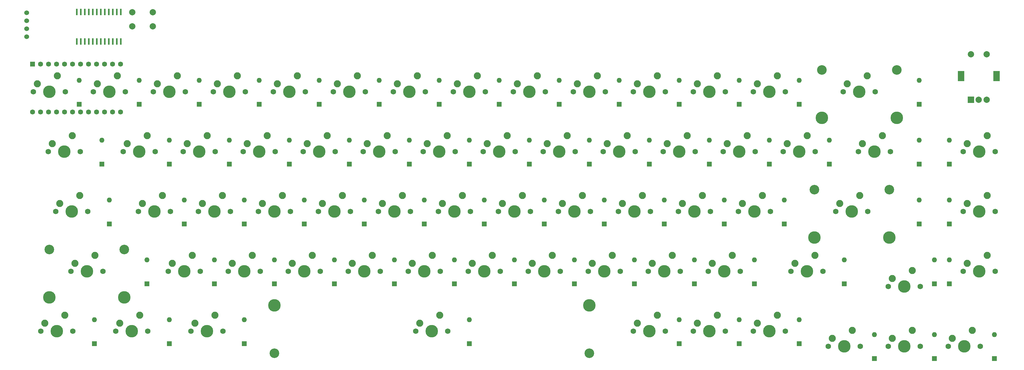
<source format=gbs>
%TF.GenerationSoftware,KiCad,Pcbnew,(6.0.8)*%
%TF.CreationDate,2023-10-10T00:17:19-07:00*%
%TF.ProjectId,CMKC65_R1,434d4b43-3635-45f5-9231-2e6b69636164,rev?*%
%TF.SameCoordinates,Original*%
%TF.FileFunction,Soldermask,Bot*%
%TF.FilePolarity,Negative*%
%FSLAX46Y46*%
G04 Gerber Fmt 4.6, Leading zero omitted, Abs format (unit mm)*
G04 Created by KiCad (PCBNEW (6.0.8)) date 2023-10-10 00:17:19*
%MOMM*%
%LPD*%
G01*
G04 APERTURE LIST*
%ADD10R,1.600000X1.600000*%
%ADD11O,1.600000X1.600000*%
%ADD12C,3.987800*%
%ADD13C,1.750000*%
%ADD14C,2.250000*%
%ADD15C,3.048000*%
%ADD16R,2.000000X2.000000*%
%ADD17C,2.000000*%
%ADD18R,2.000000X3.200000*%
%ADD19C,1.524000*%
%ADD20R,0.600000X2.000000*%
%ADD21C,1.600000*%
G04 APERTURE END LIST*
D10*
X34925000Y-49212500D03*
D11*
X34925000Y-41592500D03*
D10*
X53975000Y-49212500D03*
D11*
X53975000Y-41592500D03*
D10*
X73025000Y-49212500D03*
D11*
X73025000Y-41592500D03*
D10*
X92075000Y-49212500D03*
D11*
X92075000Y-41592500D03*
D10*
X111125000Y-49212500D03*
D11*
X111125000Y-41592500D03*
D10*
X130175000Y-49212500D03*
D11*
X130175000Y-41592500D03*
D10*
X149225000Y-49212500D03*
D11*
X149225000Y-41592500D03*
D10*
X168275000Y-49212500D03*
D11*
X168275000Y-41592500D03*
D10*
X187325000Y-49212500D03*
D11*
X187325000Y-41592500D03*
D10*
X206375000Y-49212500D03*
D11*
X206375000Y-41592500D03*
D10*
X225425000Y-49212500D03*
D11*
X225425000Y-41592500D03*
D10*
X244475000Y-49212500D03*
D11*
X244475000Y-41592500D03*
D10*
X263525000Y-49212500D03*
D11*
X263525000Y-41592500D03*
D10*
X301625000Y-49212500D03*
D11*
X301625000Y-41592500D03*
D10*
X42068750Y-68262500D03*
D11*
X42068750Y-60642500D03*
D10*
X63500000Y-68262500D03*
D11*
X63500000Y-60642500D03*
D10*
X82550000Y-68262500D03*
D11*
X82550000Y-60642500D03*
D10*
X101600000Y-68262500D03*
D11*
X101600000Y-60642500D03*
D10*
X120650000Y-68262500D03*
D11*
X120650000Y-60642500D03*
D10*
X139700000Y-68262500D03*
D11*
X139700000Y-60642500D03*
D10*
X158750000Y-68262500D03*
D11*
X158750000Y-60642500D03*
D10*
X177800000Y-68262500D03*
D11*
X177800000Y-60642500D03*
D10*
X196850000Y-68262500D03*
D11*
X196850000Y-60642500D03*
D10*
X215900000Y-68262500D03*
D11*
X215900000Y-60642500D03*
D10*
X234950000Y-68262500D03*
D11*
X234950000Y-60642500D03*
D10*
X254000000Y-68262500D03*
D11*
X254000000Y-60642500D03*
D10*
X273050000Y-68262500D03*
D11*
X273050000Y-60642500D03*
D10*
X301625000Y-68262500D03*
D11*
X301625000Y-60642500D03*
D10*
X311150000Y-68262500D03*
D11*
X311150000Y-60642500D03*
D10*
X44450000Y-87312500D03*
D11*
X44450000Y-79692500D03*
D10*
X68262500Y-87312500D03*
D11*
X68262500Y-79692500D03*
D10*
X87312500Y-87312500D03*
D11*
X87312500Y-79692500D03*
D10*
X106362500Y-87312500D03*
D11*
X106362500Y-79692500D03*
D10*
X125412500Y-87312500D03*
D11*
X125412500Y-79692500D03*
D10*
X144462500Y-87312500D03*
D11*
X144462500Y-79692500D03*
D10*
X163512500Y-87312500D03*
D11*
X163512500Y-79692500D03*
D10*
X182562500Y-87312500D03*
D11*
X182562500Y-79692500D03*
D10*
X201612500Y-87312500D03*
D11*
X201612500Y-79692500D03*
D10*
X220662500Y-87312500D03*
D11*
X220662500Y-79692500D03*
D10*
X239712500Y-87312500D03*
D11*
X239712500Y-79692500D03*
D10*
X258762500Y-87312500D03*
D11*
X258762500Y-79692500D03*
D10*
X301625000Y-87312500D03*
D11*
X301625000Y-79692500D03*
D10*
X311150000Y-87312500D03*
D11*
X311150000Y-79692500D03*
D10*
X56356250Y-106362500D03*
D11*
X56356250Y-98742500D03*
D10*
X77787500Y-106362500D03*
D11*
X77787500Y-98742500D03*
D10*
X96837500Y-106362500D03*
D11*
X96837500Y-98742500D03*
D10*
X115887500Y-106362500D03*
D11*
X115887500Y-98742500D03*
D10*
X134937500Y-106362500D03*
D11*
X134937500Y-98742500D03*
D10*
X153987500Y-106362500D03*
D11*
X153987500Y-98742500D03*
D10*
X173037500Y-106362500D03*
D11*
X173037500Y-98742500D03*
D10*
X192087500Y-106362500D03*
D11*
X192087500Y-98742500D03*
D10*
X211137500Y-106362500D03*
D11*
X211137500Y-98742500D03*
D10*
X230187500Y-106362500D03*
D11*
X230187500Y-98742500D03*
D10*
X249237500Y-106362500D03*
D11*
X249237500Y-98742500D03*
D10*
X277812500Y-106362500D03*
D11*
X277812500Y-98742500D03*
D10*
X306387500Y-106362500D03*
D11*
X306387500Y-98742500D03*
D10*
X311150000Y-106362500D03*
D11*
X311150000Y-98742500D03*
D10*
X39687500Y-125412500D03*
D11*
X39687500Y-117792500D03*
D10*
X63500000Y-125412500D03*
D11*
X63500000Y-117792500D03*
D10*
X87312500Y-125412500D03*
D11*
X87312500Y-117792500D03*
D10*
X158750000Y-125412500D03*
D11*
X158750000Y-117792500D03*
D10*
X225425000Y-125412500D03*
D11*
X225425000Y-117792500D03*
D10*
X244475000Y-125412500D03*
D11*
X244475000Y-117792500D03*
D10*
X263525000Y-125412500D03*
D11*
X263525000Y-117792500D03*
D10*
X287337500Y-130175000D03*
D11*
X287337500Y-122555000D03*
D10*
X306387500Y-130175000D03*
D11*
X306387500Y-122555000D03*
D10*
X325437500Y-130175000D03*
D11*
X325437500Y-122555000D03*
D12*
X201612500Y-102393750D03*
D13*
X206692500Y-102393750D03*
X196532500Y-102393750D03*
D14*
X197802500Y-99853750D03*
X204152500Y-97313750D03*
D12*
X220662500Y-102393750D03*
D13*
X225742500Y-102393750D03*
X215582500Y-102393750D03*
D14*
X216852500Y-99853750D03*
X223202500Y-97313750D03*
D12*
X215900000Y-45243750D03*
D13*
X220980000Y-45243750D03*
X210820000Y-45243750D03*
D14*
X212090000Y-42703750D03*
X218440000Y-40163750D03*
D13*
X49530000Y-45243750D03*
D12*
X44450000Y-45243750D03*
D13*
X39370000Y-45243750D03*
D14*
X40640000Y-42703750D03*
X46990000Y-40163750D03*
D12*
X63500000Y-45243750D03*
D13*
X58420000Y-45243750D03*
X68580000Y-45243750D03*
D14*
X59690000Y-42703750D03*
X66040000Y-40163750D03*
D13*
X77470000Y-45243750D03*
X87630000Y-45243750D03*
D12*
X82550000Y-45243750D03*
D14*
X78740000Y-42703750D03*
X85090000Y-40163750D03*
D13*
X96520000Y-45243750D03*
X106680000Y-45243750D03*
D12*
X101600000Y-45243750D03*
D14*
X97790000Y-42703750D03*
X104140000Y-40163750D03*
D12*
X120650000Y-45243750D03*
D13*
X115570000Y-45243750D03*
X125730000Y-45243750D03*
D14*
X116840000Y-42703750D03*
X123190000Y-40163750D03*
D13*
X134620000Y-45243750D03*
D12*
X139700000Y-45243750D03*
D13*
X144780000Y-45243750D03*
D14*
X135890000Y-42703750D03*
X142240000Y-40163750D03*
D12*
X158750000Y-45243750D03*
D13*
X163830000Y-45243750D03*
X153670000Y-45243750D03*
D14*
X154940000Y-42703750D03*
X161290000Y-40163750D03*
D13*
X172720000Y-45243750D03*
D12*
X177800000Y-45243750D03*
D13*
X182880000Y-45243750D03*
D14*
X173990000Y-42703750D03*
X180340000Y-40163750D03*
D13*
X191770000Y-45243750D03*
X201930000Y-45243750D03*
D12*
X196850000Y-45243750D03*
D14*
X193040000Y-42703750D03*
X199390000Y-40163750D03*
D13*
X254317500Y-83343750D03*
X244157500Y-83343750D03*
D12*
X249237500Y-83343750D03*
D14*
X245427500Y-80803750D03*
X251777500Y-78263750D03*
D12*
X234950000Y-45243750D03*
D13*
X229870000Y-45243750D03*
X240030000Y-45243750D03*
D14*
X231140000Y-42703750D03*
X237490000Y-40163750D03*
D13*
X234632500Y-102393750D03*
D12*
X239712500Y-102393750D03*
D13*
X244792500Y-102393750D03*
D14*
X235902500Y-99853750D03*
X242252500Y-97313750D03*
D12*
X230187500Y-83343750D03*
D13*
X235267500Y-83343750D03*
X225107500Y-83343750D03*
D14*
X226377500Y-80803750D03*
X232727500Y-78263750D03*
D13*
X259080000Y-45243750D03*
D12*
X254000000Y-45243750D03*
D13*
X248920000Y-45243750D03*
D14*
X250190000Y-42703750D03*
X256540000Y-40163750D03*
D13*
X239395000Y-64293750D03*
X249555000Y-64293750D03*
D12*
X244475000Y-64293750D03*
D14*
X240665000Y-61753750D03*
X247015000Y-59213750D03*
D12*
X287337500Y-64293750D03*
D13*
X292417500Y-64293750D03*
X282257500Y-64293750D03*
D14*
X283527500Y-61753750D03*
X289877500Y-59213750D03*
D12*
X263525000Y-64293750D03*
D13*
X258445000Y-64293750D03*
X268605000Y-64293750D03*
D14*
X259715000Y-61753750D03*
X266065000Y-59213750D03*
D12*
X58737500Y-83343750D03*
D13*
X63817500Y-83343750D03*
X53657500Y-83343750D03*
D14*
X54927500Y-80803750D03*
X61277500Y-78263750D03*
D13*
X139382500Y-102393750D03*
D12*
X144462500Y-102393750D03*
D13*
X149542500Y-102393750D03*
D14*
X140652500Y-99853750D03*
X147002500Y-97313750D03*
D15*
X294481250Y-38258750D03*
D13*
X277495000Y-45243750D03*
D15*
X270668750Y-38258750D03*
D12*
X282575000Y-45243750D03*
X270668750Y-53498750D03*
D13*
X287655000Y-45243750D03*
D12*
X294481250Y-53498750D03*
D14*
X278765000Y-42703750D03*
X285115000Y-40163750D03*
D13*
X111442500Y-102393750D03*
X101282500Y-102393750D03*
D12*
X106362500Y-102393750D03*
D14*
X102552500Y-99853750D03*
X108902500Y-97313750D03*
D13*
X37623750Y-83343750D03*
D12*
X32543750Y-83343750D03*
D13*
X27463750Y-83343750D03*
D14*
X28733750Y-80803750D03*
X35083750Y-78263750D03*
D13*
X101917500Y-83343750D03*
X91757500Y-83343750D03*
D12*
X96837500Y-83343750D03*
D14*
X93027500Y-80803750D03*
X99377500Y-78263750D03*
D13*
X315595000Y-64293750D03*
X325755000Y-64293750D03*
D12*
X320675000Y-64293750D03*
D14*
X316865000Y-61753750D03*
X323215000Y-59213750D03*
D12*
X296862500Y-126206250D03*
D13*
X301942500Y-126206250D03*
X291782500Y-126206250D03*
D14*
X293052500Y-123666250D03*
X299402500Y-121126250D03*
D13*
X97155000Y-64293750D03*
X86995000Y-64293750D03*
D12*
X92075000Y-64293750D03*
D14*
X88265000Y-61753750D03*
X94615000Y-59213750D03*
D12*
X320675000Y-102393750D03*
D13*
X325755000Y-102393750D03*
X315595000Y-102393750D03*
D14*
X316865000Y-99853750D03*
X323215000Y-97313750D03*
D12*
X280193750Y-83343750D03*
X292100000Y-91598750D03*
D13*
X285273750Y-83343750D03*
D15*
X268287500Y-76358750D03*
D13*
X275113750Y-83343750D03*
D15*
X292100000Y-76358750D03*
D12*
X268287500Y-91598750D03*
D14*
X276383750Y-80803750D03*
X282733750Y-78263750D03*
D12*
X25400000Y-45243750D03*
D13*
X20320000Y-45243750D03*
X30480000Y-45243750D03*
D14*
X21590000Y-42703750D03*
X27940000Y-40163750D03*
D13*
X110807500Y-83343750D03*
D12*
X115887500Y-83343750D03*
D13*
X120967500Y-83343750D03*
D14*
X112077500Y-80803750D03*
X118427500Y-78263750D03*
D13*
X229870000Y-121443750D03*
D12*
X234950000Y-121443750D03*
D13*
X240030000Y-121443750D03*
D14*
X231140000Y-118903750D03*
X237490000Y-116363750D03*
D13*
X140017500Y-83343750D03*
D12*
X134937500Y-83343750D03*
D13*
X129857500Y-83343750D03*
D14*
X131127500Y-80803750D03*
X137477500Y-78263750D03*
D13*
X159067500Y-83343750D03*
X148907500Y-83343750D03*
D12*
X153987500Y-83343750D03*
D14*
X150177500Y-80803750D03*
X156527500Y-78263750D03*
D13*
X325755000Y-83343750D03*
X315595000Y-83343750D03*
D12*
X320675000Y-83343750D03*
D14*
X316865000Y-80803750D03*
X323215000Y-78263750D03*
D13*
X182245000Y-64293750D03*
X192405000Y-64293750D03*
D12*
X187325000Y-64293750D03*
D14*
X183515000Y-61753750D03*
X189865000Y-59213750D03*
D13*
X167957500Y-83343750D03*
X178117500Y-83343750D03*
D12*
X173037500Y-83343750D03*
D14*
X169227500Y-80803750D03*
X175577500Y-78263750D03*
D12*
X192087500Y-83343750D03*
D13*
X197167500Y-83343750D03*
X187007500Y-83343750D03*
D14*
X188277500Y-80803750D03*
X194627500Y-78263750D03*
D13*
X216217500Y-83343750D03*
D12*
X211137500Y-83343750D03*
D13*
X206057500Y-83343750D03*
D14*
X207327500Y-80803750D03*
X213677500Y-78263750D03*
D13*
X70326250Y-121443750D03*
D12*
X75406250Y-121443750D03*
D13*
X80486250Y-121443750D03*
D14*
X71596250Y-118903750D03*
X77946250Y-116363750D03*
D13*
X32861250Y-121443750D03*
X22701250Y-121443750D03*
D12*
X27781250Y-121443750D03*
D14*
X23971250Y-118903750D03*
X30321250Y-116363750D03*
D13*
X272732500Y-126206250D03*
X282892500Y-126206250D03*
D12*
X277812500Y-126206250D03*
D14*
X274002500Y-123666250D03*
X280352500Y-121126250D03*
D13*
X32226250Y-102393750D03*
D12*
X25400000Y-110648750D03*
D15*
X49212500Y-95408750D03*
D13*
X42386250Y-102393750D03*
D12*
X37306250Y-102393750D03*
D15*
X25400000Y-95408750D03*
D12*
X49212500Y-110648750D03*
D14*
X33496250Y-99853750D03*
X39846250Y-97313750D03*
D12*
X182562500Y-102393750D03*
D13*
X177482500Y-102393750D03*
X187642500Y-102393750D03*
D14*
X178752500Y-99853750D03*
X185102500Y-97313750D03*
D13*
X158432500Y-102393750D03*
D12*
X163512500Y-102393750D03*
D13*
X168592500Y-102393750D03*
D14*
X159702500Y-99853750D03*
X166052500Y-97313750D03*
D12*
X206375000Y-64293750D03*
D13*
X201295000Y-64293750D03*
X211455000Y-64293750D03*
D14*
X202565000Y-61753750D03*
X208915000Y-59213750D03*
D12*
X225425000Y-64293750D03*
D13*
X220345000Y-64293750D03*
X230505000Y-64293750D03*
D14*
X221615000Y-61753750D03*
X227965000Y-59213750D03*
D13*
X48895000Y-64293750D03*
D12*
X53975000Y-64293750D03*
D13*
X59055000Y-64293750D03*
D14*
X50165000Y-61753750D03*
X56515000Y-59213750D03*
D13*
X116205000Y-64293750D03*
D12*
X111125000Y-64293750D03*
D13*
X106045000Y-64293750D03*
D14*
X107315000Y-61753750D03*
X113665000Y-59213750D03*
D13*
X210820000Y-121443750D03*
X220980000Y-121443750D03*
D12*
X215900000Y-121443750D03*
D14*
X212090000Y-118903750D03*
X218440000Y-116363750D03*
D12*
X254000000Y-121443750D03*
D13*
X248920000Y-121443750D03*
X259080000Y-121443750D03*
D14*
X250190000Y-118903750D03*
X256540000Y-116363750D03*
D13*
X310832500Y-126206250D03*
D12*
X315912500Y-126206250D03*
D13*
X320992500Y-126206250D03*
D14*
X312102500Y-123666250D03*
X318452500Y-121126250D03*
D13*
X260826250Y-102393750D03*
D12*
X265906250Y-102393750D03*
D13*
X270986250Y-102393750D03*
D14*
X262096250Y-99853750D03*
X268446250Y-97313750D03*
D12*
X77787500Y-83343750D03*
D13*
X82867500Y-83343750D03*
X72707500Y-83343750D03*
D14*
X73977500Y-80803750D03*
X80327500Y-78263750D03*
D12*
X96843850Y-113188750D03*
D15*
X96843850Y-128428750D03*
D13*
X141763750Y-121443750D03*
D12*
X196843650Y-113188750D03*
D15*
X196843650Y-128428750D03*
D13*
X151923750Y-121443750D03*
D12*
X146843750Y-121443750D03*
D14*
X143033750Y-118903750D03*
X149383750Y-116363750D03*
D12*
X130175000Y-64293750D03*
D13*
X135255000Y-64293750D03*
X125095000Y-64293750D03*
D14*
X126365000Y-61753750D03*
X132715000Y-59213750D03*
D12*
X30162500Y-64293750D03*
D13*
X25082500Y-64293750D03*
X35242500Y-64293750D03*
D14*
X26352500Y-61753750D03*
X32702500Y-59213750D03*
D13*
X173355000Y-64293750D03*
D12*
X168275000Y-64293750D03*
D13*
X163195000Y-64293750D03*
D14*
X164465000Y-61753750D03*
X170815000Y-59213750D03*
D13*
X301942500Y-107156250D03*
D12*
X296862500Y-107156250D03*
D13*
X291782500Y-107156250D03*
D14*
X293052500Y-104616250D03*
X299402500Y-102076250D03*
D13*
X130492500Y-102393750D03*
D12*
X125412500Y-102393750D03*
D13*
X120332500Y-102393750D03*
D14*
X121602500Y-99853750D03*
X127952500Y-97313750D03*
D12*
X73025000Y-64293750D03*
D13*
X67945000Y-64293750D03*
X78105000Y-64293750D03*
D14*
X69215000Y-61753750D03*
X75565000Y-59213750D03*
D13*
X46513750Y-121443750D03*
D12*
X51593750Y-121443750D03*
D13*
X56673750Y-121443750D03*
D14*
X47783750Y-118903750D03*
X54133750Y-116363750D03*
D13*
X82232500Y-102393750D03*
X92392500Y-102393750D03*
D12*
X87312500Y-102393750D03*
D14*
X83502500Y-99853750D03*
X89852500Y-97313750D03*
D13*
X154305000Y-64293750D03*
X144145000Y-64293750D03*
D12*
X149225000Y-64293750D03*
D14*
X145415000Y-61753750D03*
X151765000Y-59213750D03*
D13*
X63182500Y-102393750D03*
X73342500Y-102393750D03*
D12*
X68262500Y-102393750D03*
D14*
X64452500Y-99853750D03*
X70802500Y-97313750D03*
D16*
X318008000Y-47752000D03*
D17*
X323008000Y-47752000D03*
X320508000Y-47752000D03*
D18*
X326108000Y-40252000D03*
X314908000Y-40252000D03*
D17*
X323008000Y-33252000D03*
X318008000Y-33252000D03*
D19*
X18250000Y-20090000D03*
X18250000Y-22630000D03*
X18250000Y-25170000D03*
X18250000Y-27710000D03*
D17*
X51780000Y-19900000D03*
X58280000Y-19900000D03*
X51780000Y-24400000D03*
X58280000Y-24400000D03*
D20*
X34163000Y-19812000D03*
X35433000Y-19812000D03*
X36703000Y-19812000D03*
X37973000Y-19812000D03*
X39243000Y-19812000D03*
X40513000Y-19812000D03*
X41783000Y-19812000D03*
X43053000Y-19812000D03*
X44323000Y-19812000D03*
X45593000Y-19812000D03*
X46863000Y-19812000D03*
X48133000Y-19812000D03*
X48133000Y-29212000D03*
X46863000Y-29212000D03*
X45593000Y-29212000D03*
X44323000Y-29212000D03*
X43053000Y-29212000D03*
X41783000Y-29212000D03*
X40513000Y-29212000D03*
X39243000Y-29212000D03*
X37973000Y-29212000D03*
X36703000Y-29212000D03*
X35433000Y-29212000D03*
X34163000Y-29212000D03*
D10*
X20060000Y-36410000D03*
D21*
X22600000Y-36410000D03*
X25140000Y-36410000D03*
X27680000Y-36410000D03*
X30220000Y-36410000D03*
X32760000Y-36410000D03*
X35300000Y-36410000D03*
X37840000Y-36410000D03*
X40380000Y-36410000D03*
X42920000Y-36410000D03*
X45460000Y-36410000D03*
X48000000Y-36410000D03*
X48000000Y-51650000D03*
X45460000Y-51650000D03*
X42920000Y-51650000D03*
X40380000Y-51650000D03*
X37840000Y-51650000D03*
X35300000Y-51650000D03*
X32760000Y-51650000D03*
X30220000Y-51650000D03*
X27680000Y-51650000D03*
X25140000Y-51650000D03*
X22600000Y-51650000D03*
X20060000Y-51650000D03*
M02*

</source>
